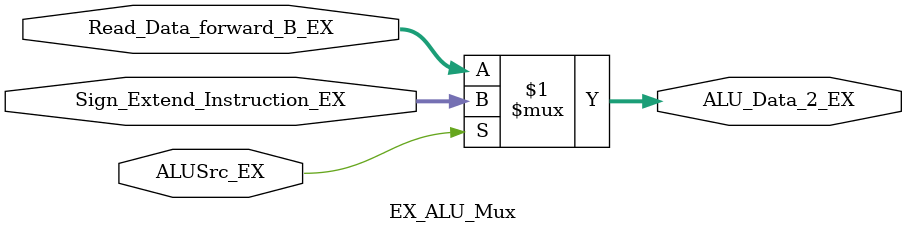
<source format=v>

module EX_ALU_Mux(
		 input [31:0]  Read_Data_forward_B_EX,
		 input [31:0]  Sign_Extend_Instruction_EX,
		 input  ALUSrc_EX,
		 output [31:0] ALU_Data_2_EX
		  
		 );

		assign ALU_Data_2_EX = ALUSrc_EX ? Sign_Extend_Instruction_EX : Read_Data_forward_B_EX;

endmodule // EX_ALU_Mux

</source>
